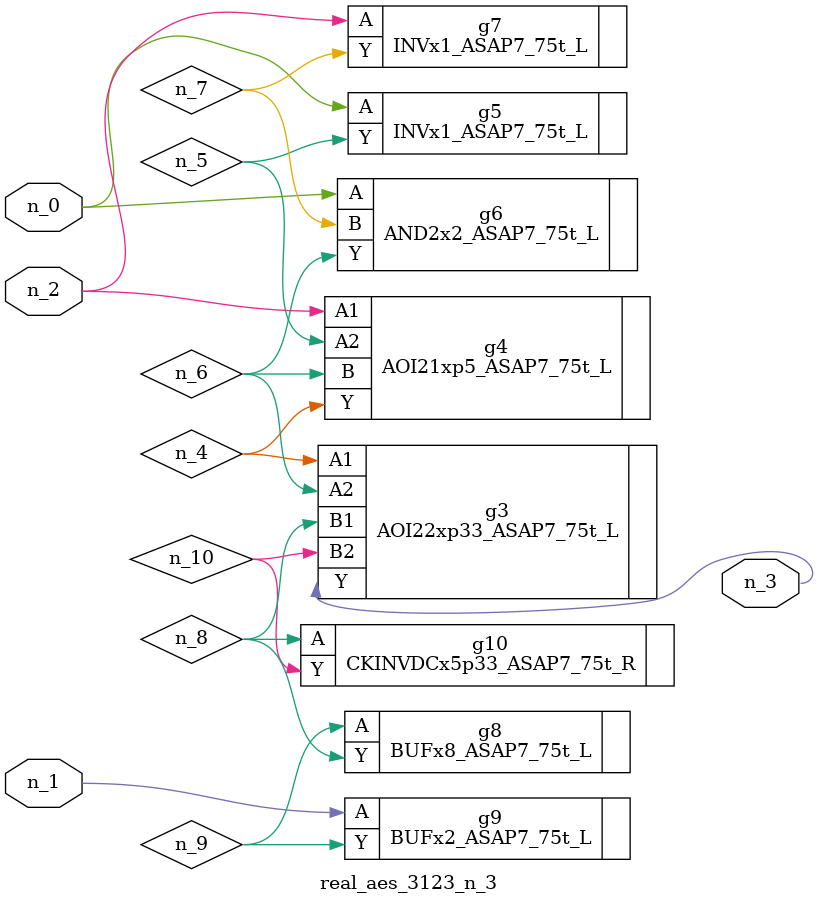
<source format=v>
module real_aes_3123_n_3 (n_0, n_2, n_1, n_3);
input n_0;
input n_2;
input n_1;
output n_3;
wire n_4;
wire n_5;
wire n_7;
wire n_8;
wire n_6;
wire n_9;
wire n_10;
INVx1_ASAP7_75t_L g5 ( .A(n_0), .Y(n_5) );
AND2x2_ASAP7_75t_L g6 ( .A(n_0), .B(n_7), .Y(n_6) );
BUFx2_ASAP7_75t_L g9 ( .A(n_1), .Y(n_9) );
AOI21xp5_ASAP7_75t_L g4 ( .A1(n_2), .A2(n_5), .B(n_6), .Y(n_4) );
INVx1_ASAP7_75t_L g7 ( .A(n_2), .Y(n_7) );
AOI22xp33_ASAP7_75t_L g3 ( .A1(n_4), .A2(n_6), .B1(n_8), .B2(n_10), .Y(n_3) );
CKINVDCx5p33_ASAP7_75t_R g10 ( .A(n_8), .Y(n_10) );
BUFx8_ASAP7_75t_L g8 ( .A(n_9), .Y(n_8) );
endmodule
</source>
